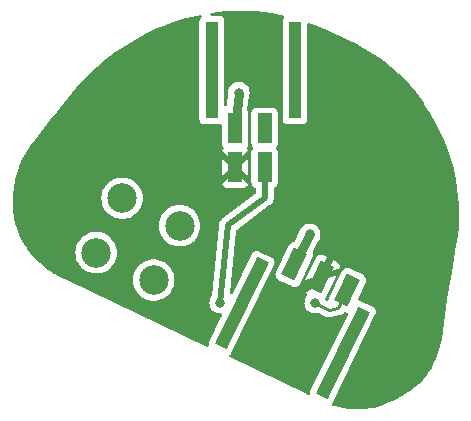
<source format=gbr>
%TF.GenerationSoftware,KiCad,Pcbnew,(7.0.0)*%
%TF.CreationDate,2023-03-21T20:59:30-07:00*%
%TF.ProjectId,Ladder LEDs v1,4c616464-6572-4204-9c45-44732076312e,rev?*%
%TF.SameCoordinates,Original*%
%TF.FileFunction,Copper,L1,Top*%
%TF.FilePolarity,Positive*%
%FSLAX46Y46*%
G04 Gerber Fmt 4.6, Leading zero omitted, Abs format (unit mm)*
G04 Created by KiCad (PCBNEW (7.0.0)) date 2023-03-21 20:59:30*
%MOMM*%
%LPD*%
G01*
G04 APERTURE LIST*
G04 Aperture macros list*
%AMRotRect*
0 Rectangle, with rotation*
0 The origin of the aperture is its center*
0 $1 length*
0 $2 width*
0 $3 Rotation angle, in degrees counterclockwise*
0 Add horizontal line*
21,1,$1,$2,0,0,$3*%
G04 Aperture macros list end*
%TA.AperFunction,ComponentPad*%
%ADD10C,2.500000*%
%TD*%
%TA.AperFunction,SMDPad,CuDef*%
%ADD11R,1.240000X2.500000*%
%TD*%
%TA.AperFunction,SMDPad,CuDef*%
%ADD12R,1.100000X8.200000*%
%TD*%
%TA.AperFunction,SMDPad,CuDef*%
%ADD13RotRect,1.240000X2.500000X334.000000*%
%TD*%
%TA.AperFunction,SMDPad,CuDef*%
%ADD14RotRect,1.100000X8.200000X334.000000*%
%TD*%
%TA.AperFunction,ViaPad*%
%ADD15C,0.800000*%
%TD*%
%TA.AperFunction,Conductor*%
%ADD16C,0.750000*%
%TD*%
%TA.AperFunction,Conductor*%
%ADD17C,0.500000*%
%TD*%
%TA.AperFunction,Conductor*%
%ADD18C,0.600000*%
%TD*%
%TA.AperFunction,Conductor*%
%ADD19C,0.250000*%
%TD*%
G04 APERTURE END LIST*
D10*
%TO.P,J3,1,Pin_1*%
%TO.N,unconnected-(J3-Pin_1-Pad1)*%
X140983821Y-103772700D03*
%TO.P,J3,2,Pin_2*%
%TO.N,unconnected-(J3-Pin_2-Pad2)*%
X136109861Y-101447940D03*
%TO.P,J3,3,Pin_3*%
%TO.N,unconnected-(J3-Pin_3-Pad3)*%
X138788215Y-108375885D03*
%TO.P,J3,4,Pin_4*%
%TO.N,unconnected-(J3-Pin_4-Pad4)*%
X133914254Y-106051125D03*
%TD*%
D11*
%TO.P,J2,1,5V*%
%TO.N,Net-(J1-5V)*%
X145679999Y-98829999D03*
%TO.P,J2,2,DATA*%
%TO.N,Net-(J2-DATA)*%
X148179999Y-98829999D03*
%TO.P,J2,3,GND*%
%TO.N,GND*%
X145679999Y-95529999D03*
%TO.P,J2,4,NC*%
%TO.N,unconnected-(J2-NC-Pad4)*%
X148179999Y-95529999D03*
D12*
%TO.P,J2,5*%
%TO.N,N/C*%
X150749999Y-90599999D03*
%TO.P,J2,6*%
X143709999Y-90599999D03*
%TD*%
D13*
%TO.P,J1,1,DATA*%
%TO.N,Net-(J1-DATA)*%
X155193970Y-109241855D03*
%TO.P,J1,2,5V*%
%TO.N,Net-(J1-5V)*%
X152946985Y-108145927D03*
%TO.P,J1,3,GND*%
%TO.N,GND*%
X150699999Y-107049999D03*
D14*
%TO.P,J1,4*%
%TO.N,N/C*%
X146228929Y-110354440D03*
%TO.P,J1,5*%
X154803424Y-114536501D03*
%TD*%
D15*
%TO.N,GND*%
X146000000Y-92500000D03*
X152000000Y-104500000D03*
%TO.N,Net-(J1-5V)*%
X150200000Y-109400000D03*
X150600000Y-98000000D03*
X152800000Y-101100000D03*
X128200000Y-102200000D03*
X143200000Y-98000000D03*
X146800000Y-104100000D03*
%TO.N,Net-(J1-DATA)*%
X152450000Y-110300000D03*
%TO.N,Net-(J2-DATA)*%
X144400000Y-110300000D03*
%TD*%
D16*
%TO.N,GND*%
X145680000Y-95530000D02*
X146000000Y-92500000D01*
X150700000Y-107050000D02*
X152000000Y-104500000D01*
D17*
%TO.N,Net-(J2-DATA)*%
X145050000Y-103750000D02*
X148200000Y-101400000D01*
X144400000Y-110300000D02*
X145050000Y-103750000D01*
X148200000Y-101400000D02*
X148180000Y-98830000D01*
D18*
%TO.N,Net-(J1-5V)*%
X151500000Y-109150000D02*
X152946986Y-108145928D01*
X152946986Y-108145928D02*
X153900000Y-106100000D01*
D19*
%TO.N,Net-(J1-DATA)*%
X152450000Y-110300000D02*
X152650000Y-110400000D01*
X154400000Y-110750000D02*
X153600000Y-110900000D01*
X153600000Y-110900000D02*
X152450000Y-110300000D01*
X155193971Y-109241856D02*
X154400000Y-110750000D01*
%TD*%
%TA.AperFunction,Conductor*%
%TO.N,Net-(J1-5V)*%
G36*
X146655670Y-85592765D02*
G01*
X146660895Y-85592927D01*
X147414678Y-85632281D01*
X147419638Y-85632641D01*
X148136714Y-85699513D01*
X148141517Y-85700057D01*
X148820596Y-85790472D01*
X148825219Y-85791176D01*
X149465104Y-85901166D01*
X149469461Y-85901996D01*
X149757036Y-85962246D01*
X149812269Y-85989431D01*
X149847621Y-86039831D01*
X149854379Y-86101021D01*
X149830874Y-86157920D01*
X149761521Y-86250564D01*
X149761516Y-86250572D01*
X149756204Y-86257669D01*
X149753104Y-86265978D01*
X149753104Y-86265980D01*
X149708620Y-86385247D01*
X149708619Y-86385250D01*
X149705909Y-86392517D01*
X149705079Y-86400227D01*
X149705079Y-86400232D01*
X149699855Y-86448819D01*
X149699854Y-86448831D01*
X149699500Y-86452127D01*
X149699500Y-86455448D01*
X149699500Y-86455449D01*
X149699500Y-94744560D01*
X149699500Y-94744578D01*
X149699501Y-94747872D01*
X149699853Y-94751150D01*
X149699854Y-94751161D01*
X149705079Y-94799768D01*
X149705080Y-94799773D01*
X149705909Y-94807483D01*
X149708619Y-94814749D01*
X149708620Y-94814753D01*
X149720401Y-94846339D01*
X149756204Y-94942331D01*
X149761518Y-94949430D01*
X149761519Y-94949431D01*
X149766743Y-94956410D01*
X149842454Y-95057546D01*
X149957669Y-95143796D01*
X150092517Y-95194091D01*
X150152127Y-95200500D01*
X151347872Y-95200499D01*
X151407483Y-95194091D01*
X151542331Y-95143796D01*
X151657546Y-95057546D01*
X151743796Y-94942331D01*
X151794091Y-94807483D01*
X151800500Y-94747873D01*
X151800499Y-86702532D01*
X151814506Y-86645284D01*
X151853361Y-86600968D01*
X151908288Y-86579597D01*
X151966873Y-86585998D01*
X152431717Y-86755038D01*
X152437693Y-86757389D01*
X153048960Y-87016419D01*
X153053721Y-87018555D01*
X153464796Y-87213564D01*
X153464936Y-87213688D01*
X153464959Y-87213641D01*
X153465064Y-87213691D01*
X153465027Y-87213768D01*
X153465030Y-87213771D01*
X153465068Y-87213691D01*
X155206695Y-88012732D01*
X155244992Y-88030302D01*
X155250405Y-88032947D01*
X155988555Y-88416097D01*
X155991666Y-88417769D01*
X156492126Y-88696246D01*
X156684202Y-88803126D01*
X156687860Y-88805244D01*
X157336564Y-89195744D01*
X157340677Y-89198331D01*
X157948817Y-89597680D01*
X157953307Y-89600772D01*
X158524193Y-90012701D01*
X158528935Y-90016299D01*
X158896793Y-90309699D01*
X159065862Y-90444546D01*
X159070739Y-90448647D01*
X159577019Y-90896969D01*
X159581842Y-90901476D01*
X160060865Y-91373750D01*
X160065494Y-91378568D01*
X160385141Y-91729820D01*
X160520495Y-91878558D01*
X160524814Y-91883565D01*
X160879893Y-92318204D01*
X160959187Y-92415264D01*
X160963065Y-92420267D01*
X161244465Y-92803101D01*
X161380028Y-92987528D01*
X161383417Y-92992378D01*
X161633606Y-93369246D01*
X161786189Y-93599088D01*
X161789084Y-93603663D01*
X162180817Y-94253641D01*
X162183234Y-94257835D01*
X162567080Y-94954896D01*
X162569064Y-94958649D01*
X162948204Y-95706669D01*
X162949808Y-95709953D01*
X163326743Y-96511368D01*
X163329071Y-96516631D01*
X163676523Y-97354210D01*
X163679343Y-97361679D01*
X163961610Y-98188912D01*
X163963811Y-98196059D01*
X164091051Y-98658483D01*
X164187251Y-99008096D01*
X164188910Y-99014865D01*
X164359331Y-99805504D01*
X164360529Y-99811864D01*
X164483746Y-100574899D01*
X164484558Y-100580838D01*
X164566394Y-101310033D01*
X164566889Y-101315552D01*
X164613181Y-102004728D01*
X164613419Y-102009841D01*
X164630001Y-102652713D01*
X164630033Y-102657438D01*
X164622756Y-103247809D01*
X164622625Y-103252172D01*
X164597385Y-103782877D01*
X164596979Y-103788608D01*
X164515802Y-104650913D01*
X164514759Y-104659077D01*
X164393419Y-105409792D01*
X164393310Y-105410454D01*
X164017676Y-107657161D01*
X164014941Y-107656703D01*
X164014941Y-107656738D01*
X164017674Y-107657165D01*
X164017674Y-107657166D01*
X163653659Y-109981740D01*
X163653658Y-109981743D01*
X163653642Y-109981846D01*
X163653628Y-109981934D01*
X163653629Y-109981934D01*
X163653627Y-109981945D01*
X163458438Y-111302856D01*
X163458412Y-111303035D01*
X163458402Y-111303102D01*
X163458384Y-111303228D01*
X163458383Y-111303227D01*
X163458383Y-111303229D01*
X163458384Y-111303230D01*
X163266247Y-112675270D01*
X163265836Y-112677981D01*
X163158017Y-113340835D01*
X163156665Y-113347862D01*
X163020569Y-113959455D01*
X163018596Y-113967150D01*
X162854366Y-114531808D01*
X162851639Y-114540088D01*
X162659249Y-115061695D01*
X162656635Y-115068209D01*
X162550832Y-115311662D01*
X162548802Y-115316091D01*
X162435736Y-115550600D01*
X162433472Y-115555065D01*
X162313624Y-115779954D01*
X162311124Y-115784420D01*
X162184576Y-115999952D01*
X162181849Y-116004380D01*
X162048563Y-116211025D01*
X162045623Y-116215379D01*
X161906429Y-116412336D01*
X161901672Y-116418631D01*
X161600882Y-116791452D01*
X161594013Y-116799271D01*
X161267357Y-117141015D01*
X161260147Y-117147972D01*
X160906822Y-117462362D01*
X160899569Y-117468339D01*
X160519525Y-117758051D01*
X160512507Y-117763025D01*
X160352667Y-117868178D01*
X160105802Y-118030580D01*
X160099229Y-118034616D01*
X159665936Y-118282510D01*
X159659972Y-118285710D01*
X159200239Y-118516398D01*
X159194976Y-118518886D01*
X158708993Y-118734819D01*
X158704469Y-118736722D01*
X158193030Y-118940132D01*
X158188357Y-118941883D01*
X157930060Y-119032757D01*
X157924697Y-119034508D01*
X157668994Y-119111592D01*
X157663664Y-119113070D01*
X157410549Y-119177212D01*
X157405283Y-119178425D01*
X157156354Y-119230079D01*
X157148687Y-119231420D01*
X156657390Y-119301566D01*
X156647568Y-119302571D01*
X156174029Y-119332053D01*
X156164858Y-119332284D01*
X155710810Y-119326915D01*
X155702359Y-119326527D01*
X155270982Y-119291917D01*
X155263278Y-119291056D01*
X154857755Y-119232837D01*
X154850779Y-119231631D01*
X154476122Y-119155806D01*
X154474370Y-119155451D01*
X154468088Y-119154009D01*
X154124045Y-119065539D01*
X154118400Y-119063944D01*
X153925129Y-119004369D01*
X153871023Y-118970498D01*
X153840935Y-118914200D01*
X153842839Y-118850394D01*
X153876229Y-118795992D01*
X153897409Y-118775862D01*
X153929300Y-118725094D01*
X157565915Y-111268928D01*
X157586287Y-111212541D01*
X157600196Y-111069292D01*
X157573181Y-110927928D01*
X157507436Y-110799900D01*
X157408284Y-110695582D01*
X157357516Y-110663690D01*
X157354549Y-110662242D01*
X157354542Y-110662239D01*
X156285762Y-110140962D01*
X156285761Y-110140961D01*
X156282787Y-110139511D01*
X156279679Y-110138388D01*
X156279667Y-110138383D01*
X156233692Y-110121773D01*
X156233688Y-110121772D01*
X156226400Y-110119139D01*
X156218685Y-110118389D01*
X156218677Y-110118388D01*
X156200173Y-110116591D01*
X156144334Y-110096977D01*
X156103945Y-110053716D01*
X156088209Y-109996663D01*
X156100709Y-109938817D01*
X156770018Y-108566531D01*
X156790391Y-108510144D01*
X156804299Y-108366895D01*
X156777285Y-108225531D01*
X156711540Y-108097503D01*
X156612388Y-107993185D01*
X156561620Y-107961293D01*
X156558653Y-107959845D01*
X156558646Y-107959842D01*
X155364035Y-107377193D01*
X155364034Y-107377192D01*
X155361060Y-107375742D01*
X155357952Y-107374619D01*
X155357940Y-107374614D01*
X155311965Y-107358004D01*
X155311961Y-107358003D01*
X155304673Y-107355370D01*
X155296963Y-107354621D01*
X155296957Y-107354620D01*
X155170250Y-107342318D01*
X155161424Y-107341461D01*
X155152711Y-107343125D01*
X155152710Y-107343126D01*
X155028770Y-107366810D01*
X155028766Y-107366811D01*
X155020060Y-107368475D01*
X155012171Y-107372525D01*
X155012171Y-107372526D01*
X154899923Y-107430167D01*
X154899918Y-107430169D01*
X154892032Y-107434220D01*
X154885608Y-107440325D01*
X154885602Y-107440330D01*
X154793335Y-107528030D01*
X154787714Y-107533373D01*
X154783590Y-107539937D01*
X154783589Y-107539939D01*
X154757585Y-107581333D01*
X154757577Y-107581346D01*
X154755822Y-107584141D01*
X154754374Y-107587109D01*
X154754365Y-107587126D01*
X153619381Y-109914193D01*
X153617924Y-109917181D01*
X153616800Y-109920291D01*
X153616794Y-109920306D01*
X153600187Y-109966271D01*
X153597551Y-109973568D01*
X153596802Y-109981280D01*
X153596801Y-109981286D01*
X153595022Y-109999615D01*
X153574947Y-110056157D01*
X153530676Y-110096655D01*
X153472573Y-110111627D01*
X153414244Y-110097567D01*
X153363075Y-110070870D01*
X153319133Y-110032449D01*
X153297638Y-109978181D01*
X153303352Y-109920091D01*
X153335009Y-109871052D01*
X153347228Y-109859438D01*
X153356970Y-109847534D01*
X153382940Y-109806192D01*
X153386162Y-109800395D01*
X154283187Y-107961219D01*
X154285256Y-107951888D01*
X154275745Y-107952804D01*
X153264757Y-108300915D01*
X153264752Y-108300917D01*
X151354006Y-108958838D01*
X151344703Y-108964189D01*
X151341665Y-108974478D01*
X151338019Y-109012036D01*
X151338827Y-109029578D01*
X151362484Y-109153377D01*
X151368200Y-109169977D01*
X151425775Y-109282098D01*
X151435938Y-109296418D01*
X151523540Y-109388582D01*
X151535445Y-109398326D01*
X151576788Y-109424296D01*
X151582585Y-109427518D01*
X151741294Y-109504926D01*
X151785312Y-109540889D01*
X151808658Y-109592715D01*
X151806426Y-109649513D01*
X151779087Y-109699347D01*
X151721813Y-109762956D01*
X151721808Y-109762962D01*
X151717467Y-109767784D01*
X151714222Y-109773404D01*
X151714218Y-109773410D01*
X151626069Y-109926089D01*
X151626066Y-109926094D01*
X151622821Y-109931716D01*
X151620815Y-109937888D01*
X151620813Y-109937894D01*
X151566333Y-110105564D01*
X151566331Y-110105573D01*
X151564326Y-110111744D01*
X151563648Y-110118194D01*
X151563646Y-110118204D01*
X151555722Y-110193605D01*
X151544540Y-110300000D01*
X151545219Y-110306460D01*
X151563646Y-110481795D01*
X151563647Y-110481803D01*
X151564326Y-110488256D01*
X151566331Y-110494428D01*
X151566333Y-110494435D01*
X151620813Y-110662105D01*
X151622821Y-110668284D01*
X151717467Y-110832216D01*
X151844129Y-110972888D01*
X151997270Y-111084151D01*
X152170197Y-111161144D01*
X152355354Y-111200500D01*
X152538143Y-111200500D01*
X152544646Y-111200500D01*
X152699332Y-111167620D01*
X152741885Y-111166051D01*
X152782462Y-111178974D01*
X153212957Y-111403581D01*
X153281487Y-111439336D01*
X153290900Y-111444785D01*
X153323184Y-111465416D01*
X153323189Y-111465418D01*
X153329764Y-111469620D01*
X153337179Y-111472055D01*
X153391332Y-111489839D01*
X153395772Y-111491391D01*
X153449217Y-111511217D01*
X153449220Y-111511217D01*
X153456537Y-111513932D01*
X153464305Y-111514741D01*
X153468408Y-111515700D01*
X153472499Y-111516494D01*
X153479913Y-111518929D01*
X153544598Y-111523203D01*
X153549249Y-111523599D01*
X153613723Y-111530322D01*
X153621455Y-111529173D01*
X153625645Y-111529082D01*
X153629808Y-111528833D01*
X153637607Y-111529349D01*
X153701370Y-111517392D01*
X153705927Y-111516627D01*
X153770046Y-111507106D01*
X153777243Y-111504072D01*
X153781792Y-111502799D01*
X153792380Y-111500328D01*
X154476779Y-111372003D01*
X154489592Y-111370287D01*
X154529308Y-111367068D01*
X154596581Y-111343857D01*
X154598929Y-111343075D01*
X154635387Y-111331356D01*
X154659213Y-111323699D01*
X154659214Y-111323698D01*
X154666645Y-111321310D01*
X154672341Y-111317720D01*
X154678704Y-111315525D01*
X154738058Y-111276334D01*
X154740134Y-111274994D01*
X154800347Y-111237049D01*
X154804971Y-111232155D01*
X154810588Y-111228447D01*
X154858272Y-111175793D01*
X154860027Y-111173894D01*
X154893183Y-111138809D01*
X154933989Y-111110209D01*
X154982763Y-111099982D01*
X155026591Y-111108773D01*
X155026882Y-111107970D01*
X155083269Y-111128342D01*
X155105423Y-111130493D01*
X155109490Y-111130888D01*
X155165330Y-111150501D01*
X155205720Y-111193762D01*
X155221457Y-111250816D01*
X155208956Y-111308666D01*
X152042394Y-117801082D01*
X152042385Y-117801101D01*
X152040935Y-117804076D01*
X152039807Y-117807196D01*
X152039804Y-117807205D01*
X152023197Y-117853170D01*
X152023195Y-117853176D01*
X152020563Y-117860463D01*
X152019814Y-117868170D01*
X152019813Y-117868178D01*
X152009155Y-117977947D01*
X151989703Y-118033539D01*
X151946797Y-118073886D01*
X151890115Y-118089886D01*
X151832445Y-118077928D01*
X151741444Y-118034616D01*
X145205350Y-114923747D01*
X145154301Y-114878784D01*
X145134655Y-114813653D01*
X145152328Y-114747959D01*
X145201998Y-114701476D01*
X145218595Y-114692954D01*
X145322914Y-114593801D01*
X145354805Y-114543033D01*
X148582654Y-107924961D01*
X149089672Y-107924961D01*
X149091336Y-107933673D01*
X149091337Y-107933674D01*
X149100630Y-107982307D01*
X149116686Y-108066325D01*
X149182431Y-108194353D01*
X149281583Y-108298671D01*
X149332351Y-108330563D01*
X150532911Y-108916114D01*
X150536027Y-108917240D01*
X150536030Y-108917241D01*
X150553025Y-108923381D01*
X150589298Y-108936486D01*
X150732547Y-108950395D01*
X150873911Y-108923381D01*
X151001939Y-108857636D01*
X151106257Y-108758483D01*
X151138149Y-108707715D01*
X151317512Y-108339966D01*
X151608714Y-108339966D01*
X151618225Y-108339050D01*
X152629214Y-107990940D01*
X154534303Y-107334965D01*
X154547053Y-107325917D01*
X154552884Y-107311417D01*
X154555952Y-107279818D01*
X154555144Y-107262277D01*
X154531487Y-107138478D01*
X154525771Y-107121878D01*
X154468196Y-107009757D01*
X154458033Y-106995437D01*
X154370431Y-106903273D01*
X154358526Y-106893529D01*
X154317183Y-106867559D01*
X154311386Y-106864337D01*
X153116882Y-106281738D01*
X153110778Y-106279155D01*
X153064859Y-106262566D01*
X153049851Y-106259182D01*
X152923290Y-106246894D01*
X152905750Y-106247702D01*
X152781950Y-106271360D01*
X152765350Y-106277076D01*
X152653225Y-106334653D01*
X152638913Y-106344811D01*
X152546745Y-106432414D01*
X152537001Y-106444321D01*
X152511031Y-106485663D01*
X152507809Y-106491460D01*
X151610783Y-108330635D01*
X151608714Y-108339966D01*
X151317512Y-108339966D01*
X152276047Y-106374675D01*
X152296420Y-106318288D01*
X152310328Y-106175039D01*
X152283314Y-106033675D01*
X152270906Y-106009512D01*
X152257212Y-105953050D01*
X152270739Y-105896551D01*
X152676368Y-105100893D01*
X152694683Y-105074251D01*
X152732533Y-105032216D01*
X152827179Y-104868284D01*
X152885674Y-104688256D01*
X152905460Y-104500000D01*
X152885674Y-104311744D01*
X152827179Y-104131716D01*
X152732533Y-103967784D01*
X152716029Y-103949455D01*
X152610220Y-103831942D01*
X152610219Y-103831941D01*
X152605871Y-103827112D01*
X152600613Y-103823292D01*
X152600611Y-103823290D01*
X152457988Y-103719669D01*
X152457987Y-103719668D01*
X152452730Y-103715849D01*
X152446792Y-103713205D01*
X152285745Y-103641501D01*
X152285740Y-103641499D01*
X152279803Y-103638856D01*
X152273444Y-103637504D01*
X152273440Y-103637503D01*
X152101008Y-103600852D01*
X152101005Y-103600851D01*
X152094646Y-103599500D01*
X151905354Y-103599500D01*
X151898995Y-103600851D01*
X151898991Y-103600852D01*
X151726559Y-103637503D01*
X151726552Y-103637505D01*
X151720197Y-103638856D01*
X151714262Y-103641498D01*
X151714254Y-103641501D01*
X151553207Y-103713205D01*
X151553202Y-103713207D01*
X151547270Y-103715849D01*
X151542016Y-103719665D01*
X151542011Y-103719669D01*
X151399388Y-103823290D01*
X151399381Y-103823295D01*
X151394129Y-103827112D01*
X151389784Y-103831937D01*
X151389779Y-103831942D01*
X151271813Y-103962956D01*
X151271808Y-103962962D01*
X151267467Y-103967784D01*
X151264222Y-103973404D01*
X151264218Y-103973410D01*
X151176070Y-104126087D01*
X151176066Y-104126093D01*
X151172821Y-104131716D01*
X151170814Y-104137892D01*
X151170813Y-104137895D01*
X151119206Y-104296721D01*
X151111747Y-104314721D01*
X150715708Y-105091569D01*
X150679694Y-105134407D01*
X150628511Y-105157046D01*
X150534799Y-105174954D01*
X150534795Y-105174955D01*
X150526089Y-105176619D01*
X150518200Y-105180669D01*
X150518200Y-105180670D01*
X150405952Y-105238311D01*
X150405947Y-105238313D01*
X150398061Y-105242364D01*
X150391637Y-105248469D01*
X150391631Y-105248474D01*
X150299364Y-105336174D01*
X150293743Y-105341517D01*
X150289619Y-105348081D01*
X150289618Y-105348083D01*
X150263614Y-105389477D01*
X150263606Y-105389490D01*
X150261851Y-105392285D01*
X150260403Y-105395253D01*
X150260394Y-105395270D01*
X149144511Y-107683175D01*
X149123953Y-107725325D01*
X149122829Y-107728435D01*
X149122823Y-107728450D01*
X149110264Y-107763212D01*
X149103580Y-107781712D01*
X149102830Y-107789426D01*
X149102830Y-107789431D01*
X149095688Y-107862993D01*
X149089672Y-107924961D01*
X148582654Y-107924961D01*
X148991420Y-107086867D01*
X149011792Y-107030480D01*
X149025701Y-106887231D01*
X148998686Y-106745867D01*
X148932941Y-106617839D01*
X148833789Y-106513521D01*
X148783021Y-106481629D01*
X148780054Y-106480181D01*
X148780047Y-106480178D01*
X147711267Y-105958901D01*
X147711266Y-105958900D01*
X147708292Y-105957450D01*
X147705184Y-105956327D01*
X147705172Y-105956322D01*
X147659197Y-105939712D01*
X147659193Y-105939711D01*
X147651905Y-105937078D01*
X147644195Y-105936329D01*
X147644189Y-105936328D01*
X147517483Y-105924026D01*
X147508657Y-105923169D01*
X147499944Y-105924833D01*
X147499943Y-105924834D01*
X147376003Y-105948518D01*
X147375999Y-105948519D01*
X147367293Y-105950183D01*
X147359404Y-105954233D01*
X147359404Y-105954234D01*
X147247156Y-106011875D01*
X147247151Y-106011877D01*
X147239265Y-106015928D01*
X147232837Y-106022037D01*
X147232835Y-106022039D01*
X147140568Y-106109736D01*
X147140562Y-106109742D01*
X147134946Y-106115081D01*
X147130824Y-106121642D01*
X147130819Y-106121649D01*
X147104824Y-106163031D01*
X147104814Y-106163047D01*
X147103055Y-106165849D01*
X147101599Y-106168832D01*
X147101594Y-106168843D01*
X145474555Y-109504766D01*
X145428937Y-109555490D01*
X145363393Y-109574408D01*
X145297762Y-109555794D01*
X145251908Y-109505283D01*
X145239711Y-109438166D01*
X145758735Y-104208005D01*
X145774175Y-104159244D01*
X145807982Y-104120862D01*
X148579038Y-102053565D01*
X148581070Y-102052216D01*
X148582885Y-102051417D01*
X148650616Y-102000167D01*
X148650951Y-101999915D01*
X148683805Y-101975407D01*
X148685225Y-101974064D01*
X148687218Y-101972472D01*
X148722791Y-101945558D01*
X148744324Y-101919485D01*
X148754742Y-101908344D01*
X148779316Y-101885115D01*
X148801132Y-101851872D01*
X148809189Y-101840950D01*
X148834514Y-101810289D01*
X148849454Y-101779952D01*
X148857020Y-101766714D01*
X148875577Y-101738439D01*
X148889138Y-101701061D01*
X148894458Y-101688576D01*
X148912030Y-101652900D01*
X148919571Y-101619936D01*
X148923882Y-101605304D01*
X148935416Y-101573518D01*
X148939993Y-101534012D01*
X148942287Y-101520656D01*
X148951160Y-101481878D01*
X148950896Y-101448063D01*
X148951717Y-101432829D01*
X148954777Y-101406420D01*
X148955609Y-101399242D01*
X148950953Y-101359751D01*
X148950104Y-101346197D01*
X148944664Y-100647281D01*
X148954421Y-100598097D01*
X148982860Y-100556796D01*
X149025325Y-100530138D01*
X149042331Y-100523796D01*
X149157546Y-100437546D01*
X149243796Y-100322331D01*
X149294091Y-100187483D01*
X149300500Y-100127873D01*
X149300499Y-97532128D01*
X149294091Y-97472517D01*
X149243796Y-97337669D01*
X149181393Y-97254310D01*
X149159495Y-97206358D01*
X149159495Y-97153642D01*
X149181394Y-97105689D01*
X149243796Y-97022331D01*
X149294091Y-96887483D01*
X149300500Y-96827873D01*
X149300499Y-94232128D01*
X149294091Y-94172517D01*
X149243796Y-94037669D01*
X149157546Y-93922454D01*
X149042331Y-93836204D01*
X148907483Y-93785909D01*
X148899770Y-93785079D01*
X148899767Y-93785079D01*
X148851180Y-93779855D01*
X148851169Y-93779854D01*
X148847873Y-93779500D01*
X148844550Y-93779500D01*
X147515439Y-93779500D01*
X147515420Y-93779500D01*
X147512128Y-93779501D01*
X147508850Y-93779853D01*
X147508838Y-93779854D01*
X147460231Y-93785079D01*
X147460225Y-93785080D01*
X147452517Y-93785909D01*
X147445252Y-93788618D01*
X147445246Y-93788620D01*
X147325980Y-93833104D01*
X147325978Y-93833104D01*
X147317669Y-93836204D01*
X147310572Y-93841516D01*
X147310568Y-93841519D01*
X147209550Y-93917141D01*
X147209546Y-93917144D01*
X147202454Y-93922454D01*
X147197144Y-93929546D01*
X147197141Y-93929550D01*
X147121519Y-94030568D01*
X147121516Y-94030572D01*
X147116204Y-94037669D01*
X147113104Y-94045978D01*
X147113104Y-94045980D01*
X147068620Y-94165247D01*
X147068619Y-94165250D01*
X147065909Y-94172517D01*
X147065079Y-94180227D01*
X147065079Y-94180232D01*
X147059855Y-94228819D01*
X147059854Y-94228831D01*
X147059500Y-94232127D01*
X147059500Y-94235448D01*
X147059500Y-94235449D01*
X147059500Y-96824560D01*
X147059500Y-96824578D01*
X147059501Y-96827872D01*
X147059853Y-96831150D01*
X147059854Y-96831161D01*
X147065079Y-96879768D01*
X147065080Y-96879773D01*
X147065909Y-96887483D01*
X147068619Y-96894749D01*
X147068620Y-96894753D01*
X147102217Y-96984831D01*
X147116204Y-97022331D01*
X147121518Y-97029429D01*
X147121521Y-97029435D01*
X147178605Y-97105690D01*
X147200504Y-97153642D01*
X147200504Y-97206358D01*
X147178605Y-97254310D01*
X147121521Y-97330564D01*
X147121516Y-97330572D01*
X147116204Y-97337669D01*
X147113104Y-97345978D01*
X147113104Y-97345980D01*
X147068620Y-97465247D01*
X147068619Y-97465250D01*
X147065909Y-97472517D01*
X147065079Y-97480227D01*
X147065079Y-97480232D01*
X147059855Y-97528819D01*
X147059854Y-97528831D01*
X147059500Y-97532127D01*
X147059500Y-97535448D01*
X147059500Y-97535449D01*
X147059500Y-100124560D01*
X147059500Y-100124578D01*
X147059501Y-100127872D01*
X147059853Y-100131150D01*
X147059854Y-100131161D01*
X147065079Y-100179768D01*
X147065080Y-100179773D01*
X147065909Y-100187483D01*
X147068619Y-100194749D01*
X147068620Y-100194753D01*
X147089526Y-100250803D01*
X147116204Y-100322331D01*
X147202454Y-100437546D01*
X147317669Y-100523796D01*
X147363024Y-100540712D01*
X147405025Y-100566927D01*
X147433423Y-100607489D01*
X147443686Y-100655928D01*
X147446075Y-100962944D01*
X147433133Y-101019073D01*
X147396226Y-101063298D01*
X144636267Y-103122315D01*
X144625986Y-103129214D01*
X144594470Y-103148150D01*
X144594463Y-103148155D01*
X144588279Y-103151871D01*
X144583116Y-103156914D01*
X144583116Y-103156915D01*
X144530710Y-103208114D01*
X144529243Y-103209523D01*
X144475923Y-103259931D01*
X144475918Y-103259936D01*
X144470684Y-103264885D01*
X144467258Y-103270104D01*
X144462787Y-103274473D01*
X144458930Y-103280565D01*
X144458926Y-103280571D01*
X144419720Y-103342506D01*
X144418617Y-103344217D01*
X144378385Y-103405521D01*
X144378380Y-103405529D01*
X144374423Y-103411560D01*
X144372290Y-103417437D01*
X144368951Y-103422713D01*
X144366606Y-103429521D01*
X144366600Y-103429535D01*
X144342735Y-103498841D01*
X144342057Y-103500760D01*
X144317043Y-103569703D01*
X144317041Y-103569707D01*
X144314584Y-103576482D01*
X144313864Y-103582688D01*
X144311831Y-103588595D01*
X144311119Y-103595762D01*
X144311118Y-103595770D01*
X144303877Y-103668736D01*
X144303659Y-103670759D01*
X144295221Y-103743588D01*
X144295221Y-103743593D01*
X144294391Y-103750758D01*
X144294942Y-103755441D01*
X144294621Y-103762002D01*
X143706505Y-109688399D01*
X143696539Y-109726254D01*
X143675269Y-109759117D01*
X143671818Y-109762949D01*
X143671808Y-109762962D01*
X143667467Y-109767784D01*
X143664223Y-109773402D01*
X143664217Y-109773411D01*
X143576069Y-109926089D01*
X143576066Y-109926094D01*
X143572821Y-109931716D01*
X143570815Y-109937888D01*
X143570813Y-109937894D01*
X143516333Y-110105564D01*
X143516331Y-110105573D01*
X143514326Y-110111744D01*
X143513648Y-110118194D01*
X143513646Y-110118204D01*
X143505722Y-110193605D01*
X143494540Y-110300000D01*
X143495219Y-110306460D01*
X143513646Y-110481795D01*
X143513647Y-110481803D01*
X143514326Y-110488256D01*
X143516331Y-110494428D01*
X143516333Y-110494435D01*
X143570813Y-110662105D01*
X143572821Y-110668284D01*
X143667467Y-110832216D01*
X143794129Y-110972888D01*
X143947270Y-111084151D01*
X144120197Y-111161144D01*
X144305354Y-111200500D01*
X144311857Y-111200500D01*
X144449050Y-111200500D01*
X144509166Y-111216047D01*
X144554208Y-111258790D01*
X144572880Y-111318010D01*
X144560500Y-111378857D01*
X144486626Y-111530322D01*
X143467899Y-113619021D01*
X143467890Y-113619040D01*
X143466440Y-113622015D01*
X143465312Y-113625135D01*
X143465309Y-113625144D01*
X143448702Y-113671109D01*
X143448700Y-113671115D01*
X143446068Y-113678402D01*
X143445319Y-113686109D01*
X143445318Y-113686117D01*
X143433016Y-113812823D01*
X143432159Y-113821651D01*
X143433823Y-113830363D01*
X143433824Y-113830364D01*
X143440477Y-113865179D01*
X143434638Y-113932384D01*
X143394482Y-113986588D01*
X143331891Y-114011748D01*
X143265391Y-114000419D01*
X131447958Y-108375885D01*
X137032807Y-108375885D01*
X137033154Y-108380516D01*
X137047093Y-108566531D01*
X137052413Y-108637515D01*
X137053443Y-108642028D01*
X137053444Y-108642034D01*
X137103579Y-108861688D01*
X137110795Y-108893301D01*
X137112490Y-108897619D01*
X137112491Y-108897623D01*
X137204949Y-109133203D01*
X137204952Y-109133209D01*
X137206647Y-109137528D01*
X137208965Y-109141543D01*
X137208968Y-109141549D01*
X137215797Y-109153377D01*
X137337829Y-109364742D01*
X137501410Y-109569866D01*
X137693736Y-109748318D01*
X137910511Y-109896113D01*
X138146892Y-110009948D01*
X138151320Y-110011313D01*
X138151323Y-110011315D01*
X138254752Y-110043218D01*
X138397600Y-110087281D01*
X138657033Y-110126385D01*
X138914762Y-110126385D01*
X138919397Y-110126385D01*
X139178830Y-110087281D01*
X139429538Y-110009948D01*
X139665919Y-109896113D01*
X139882694Y-109748318D01*
X140075020Y-109569866D01*
X140238601Y-109364742D01*
X140369783Y-109137528D01*
X140465635Y-108893301D01*
X140524017Y-108637515D01*
X140543623Y-108375885D01*
X140524017Y-108114255D01*
X140465635Y-107858469D01*
X140369783Y-107614242D01*
X140238601Y-107387028D01*
X140075020Y-107181904D01*
X139882694Y-107003452D01*
X139665919Y-106855657D01*
X139585209Y-106816789D01*
X139433717Y-106743834D01*
X139433711Y-106743831D01*
X139429538Y-106741822D01*
X139425116Y-106740458D01*
X139425106Y-106740454D01*
X139183263Y-106665856D01*
X139183258Y-106665854D01*
X139178830Y-106664489D01*
X139174250Y-106663798D01*
X139174243Y-106663797D01*
X138923980Y-106626075D01*
X138923969Y-106626074D01*
X138919397Y-106625385D01*
X138657033Y-106625385D01*
X138652461Y-106626074D01*
X138652449Y-106626075D01*
X138402186Y-106663797D01*
X138402176Y-106663799D01*
X138397600Y-106664489D01*
X138393174Y-106665853D01*
X138393166Y-106665856D01*
X138151323Y-106740454D01*
X138151308Y-106740459D01*
X138146892Y-106741822D01*
X138142723Y-106743829D01*
X138142712Y-106743834D01*
X137914696Y-106853641D01*
X137914689Y-106853644D01*
X137910511Y-106855657D01*
X137906678Y-106858270D01*
X137906675Y-106858272D01*
X137776483Y-106947036D01*
X137693736Y-107003452D01*
X137690344Y-107006598D01*
X137690338Y-107006604D01*
X137548212Y-107138478D01*
X137501410Y-107181904D01*
X137498521Y-107185526D01*
X137498517Y-107185531D01*
X137346829Y-107375742D01*
X137337829Y-107387028D01*
X137335510Y-107391044D01*
X137335509Y-107391046D01*
X137208968Y-107610220D01*
X137208962Y-107610231D01*
X137206647Y-107614242D01*
X137204954Y-107618555D01*
X137204949Y-107618566D01*
X137112491Y-107854146D01*
X137112488Y-107854153D01*
X137110795Y-107858469D01*
X137109763Y-107862987D01*
X137109762Y-107862993D01*
X137053444Y-108109735D01*
X137053442Y-108109743D01*
X137052413Y-108114255D01*
X137052066Y-108118874D01*
X137052066Y-108118880D01*
X137038593Y-108298671D01*
X137032807Y-108375885D01*
X131447958Y-108375885D01*
X130876397Y-108103849D01*
X130874091Y-108102722D01*
X130690872Y-108010820D01*
X130635344Y-107982967D01*
X130629438Y-107979803D01*
X130597036Y-107961293D01*
X130417043Y-107858469D01*
X130361750Y-107826882D01*
X130356302Y-107823581D01*
X130014284Y-107604165D01*
X130008278Y-107600058D01*
X129612558Y-107312008D01*
X129605981Y-107306872D01*
X129175743Y-106947036D01*
X129170548Y-106942438D01*
X128950413Y-106736338D01*
X128946766Y-106732781D01*
X128724931Y-106507288D01*
X128721254Y-106503382D01*
X128501061Y-106259008D01*
X128497292Y-106254625D01*
X128330455Y-106051125D01*
X132158846Y-106051125D01*
X132159193Y-106055756D01*
X132176127Y-106281738D01*
X132178452Y-106312755D01*
X132179482Y-106317268D01*
X132179483Y-106317274D01*
X132223334Y-106509396D01*
X132236834Y-106568541D01*
X132238529Y-106572859D01*
X132238530Y-106572863D01*
X132330988Y-106808443D01*
X132330991Y-106808449D01*
X132332686Y-106812768D01*
X132335004Y-106816783D01*
X132335007Y-106816789D01*
X132375677Y-106887231D01*
X132463868Y-107039982D01*
X132627449Y-107245106D01*
X132819775Y-107423558D01*
X133036550Y-107571353D01*
X133272931Y-107685188D01*
X133277359Y-107686553D01*
X133277362Y-107686555D01*
X133380791Y-107718458D01*
X133523639Y-107762521D01*
X133783072Y-107801625D01*
X134040801Y-107801625D01*
X134045436Y-107801625D01*
X134304869Y-107762521D01*
X134555577Y-107685188D01*
X134791958Y-107571353D01*
X135008733Y-107423558D01*
X135201059Y-107245106D01*
X135364640Y-107039982D01*
X135495822Y-106812768D01*
X135591674Y-106568541D01*
X135650056Y-106312755D01*
X135669662Y-106051125D01*
X135650056Y-105789495D01*
X135591674Y-105533709D01*
X135495822Y-105289482D01*
X135364640Y-105062268D01*
X135201059Y-104857144D01*
X135008733Y-104678692D01*
X134791958Y-104530897D01*
X134727800Y-104500000D01*
X134559756Y-104419074D01*
X134559750Y-104419071D01*
X134555577Y-104417062D01*
X134551155Y-104415698D01*
X134551145Y-104415694D01*
X134309302Y-104341096D01*
X134309297Y-104341094D01*
X134304869Y-104339729D01*
X134300289Y-104339038D01*
X134300282Y-104339037D01*
X134050019Y-104301315D01*
X134050008Y-104301314D01*
X134045436Y-104300625D01*
X133783072Y-104300625D01*
X133778500Y-104301314D01*
X133778488Y-104301315D01*
X133528225Y-104339037D01*
X133528215Y-104339039D01*
X133523639Y-104339729D01*
X133519213Y-104341093D01*
X133519205Y-104341096D01*
X133277362Y-104415694D01*
X133277347Y-104415699D01*
X133272931Y-104417062D01*
X133268762Y-104419069D01*
X133268751Y-104419074D01*
X133040735Y-104528881D01*
X133040728Y-104528884D01*
X133036550Y-104530897D01*
X133032717Y-104533510D01*
X133032714Y-104533512D01*
X132848545Y-104659077D01*
X132819775Y-104678692D01*
X132816383Y-104681838D01*
X132816377Y-104681844D01*
X132630850Y-104853988D01*
X132627449Y-104857144D01*
X132624560Y-104860766D01*
X132624556Y-104860771D01*
X132483984Y-105037043D01*
X132463868Y-105062268D01*
X132461549Y-105066284D01*
X132461548Y-105066286D01*
X132335007Y-105285460D01*
X132335001Y-105285471D01*
X132332686Y-105289482D01*
X132330993Y-105293795D01*
X132330988Y-105293806D01*
X132238530Y-105529386D01*
X132238527Y-105529393D01*
X132236834Y-105533709D01*
X132235802Y-105538227D01*
X132235801Y-105538233D01*
X132179483Y-105784975D01*
X132179481Y-105784983D01*
X132178452Y-105789495D01*
X132178105Y-105794114D01*
X132178105Y-105794120D01*
X132166194Y-105953074D01*
X132158846Y-106051125D01*
X128330455Y-106051125D01*
X128281188Y-105991032D01*
X128277412Y-105986185D01*
X128067934Y-105703163D01*
X128064202Y-105697835D01*
X127863725Y-105394956D01*
X127860099Y-105389133D01*
X127829114Y-105336174D01*
X127671133Y-105066157D01*
X127667698Y-105059875D01*
X127492661Y-104716416D01*
X127489475Y-104709667D01*
X127330837Y-104345425D01*
X127327955Y-104338195D01*
X127188165Y-103952818D01*
X127185679Y-103945205D01*
X127151289Y-103827112D01*
X127135443Y-103772700D01*
X139228413Y-103772700D01*
X139228760Y-103777331D01*
X139241910Y-103952818D01*
X139248019Y-104034330D01*
X139249049Y-104038843D01*
X139249050Y-104038849D01*
X139305368Y-104285591D01*
X139306401Y-104290116D01*
X139308096Y-104294434D01*
X139308097Y-104294438D01*
X139400555Y-104530018D01*
X139400558Y-104530024D01*
X139402253Y-104534343D01*
X139404571Y-104538358D01*
X139404574Y-104538364D01*
X139469555Y-104650913D01*
X139533435Y-104761557D01*
X139697016Y-104966681D01*
X139889342Y-105145133D01*
X140106117Y-105292928D01*
X140342498Y-105406763D01*
X140346926Y-105408128D01*
X140346929Y-105408130D01*
X140450358Y-105440033D01*
X140593206Y-105484096D01*
X140852639Y-105523200D01*
X141110368Y-105523200D01*
X141115003Y-105523200D01*
X141374436Y-105484096D01*
X141625144Y-105406763D01*
X141861525Y-105292928D01*
X142078300Y-105145133D01*
X142270626Y-104966681D01*
X142434207Y-104761557D01*
X142565389Y-104534343D01*
X142661241Y-104290116D01*
X142719623Y-104034330D01*
X142739229Y-103772700D01*
X142719623Y-103511070D01*
X142661241Y-103255284D01*
X142565389Y-103011057D01*
X142434207Y-102783843D01*
X142270626Y-102578719D01*
X142078300Y-102400267D01*
X141861525Y-102252472D01*
X141780815Y-102213604D01*
X141629323Y-102140649D01*
X141629317Y-102140646D01*
X141625144Y-102138637D01*
X141620722Y-102137273D01*
X141620712Y-102137269D01*
X141378869Y-102062671D01*
X141378864Y-102062669D01*
X141374436Y-102061304D01*
X141369856Y-102060613D01*
X141369849Y-102060612D01*
X141119586Y-102022890D01*
X141119575Y-102022889D01*
X141115003Y-102022200D01*
X140852639Y-102022200D01*
X140848067Y-102022889D01*
X140848055Y-102022890D01*
X140597792Y-102060612D01*
X140597782Y-102060614D01*
X140593206Y-102061304D01*
X140588780Y-102062668D01*
X140588772Y-102062671D01*
X140346929Y-102137269D01*
X140346914Y-102137274D01*
X140342498Y-102138637D01*
X140338329Y-102140644D01*
X140338318Y-102140649D01*
X140110302Y-102250456D01*
X140110295Y-102250459D01*
X140106117Y-102252472D01*
X140102284Y-102255085D01*
X140102281Y-102255087D01*
X139893170Y-102397657D01*
X139889342Y-102400267D01*
X139885950Y-102403413D01*
X139885944Y-102403419D01*
X139700417Y-102575563D01*
X139697016Y-102578719D01*
X139694127Y-102582341D01*
X139694123Y-102582346D01*
X139536327Y-102780216D01*
X139533435Y-102783843D01*
X139531116Y-102787859D01*
X139531115Y-102787861D01*
X139404574Y-103007035D01*
X139404568Y-103007046D01*
X139402253Y-103011057D01*
X139400560Y-103015370D01*
X139400555Y-103015381D01*
X139308097Y-103250961D01*
X139308094Y-103250968D01*
X139306401Y-103255284D01*
X139305369Y-103259802D01*
X139305368Y-103259808D01*
X139249050Y-103506550D01*
X139249048Y-103506558D01*
X139248019Y-103511070D01*
X139247672Y-103515689D01*
X139247672Y-103515695D01*
X139241392Y-103599500D01*
X139228413Y-103772700D01*
X127135443Y-103772700D01*
X127067175Y-103538276D01*
X127065152Y-103530367D01*
X127061910Y-103515695D01*
X126970386Y-103101436D01*
X126968872Y-103093303D01*
X126949471Y-102965552D01*
X126900337Y-102642019D01*
X126899371Y-102633820D01*
X126859557Y-102159688D01*
X126859140Y-102151449D01*
X126857575Y-102060612D01*
X126850569Y-101654047D01*
X126850695Y-101645975D01*
X126860279Y-101447940D01*
X134354453Y-101447940D01*
X134354800Y-101452571D01*
X134373421Y-101701063D01*
X134374059Y-101709570D01*
X134375089Y-101714083D01*
X134375090Y-101714089D01*
X134426651Y-101939990D01*
X134432441Y-101965356D01*
X134434136Y-101969674D01*
X134434137Y-101969678D01*
X134526595Y-102205258D01*
X134526598Y-102205264D01*
X134528293Y-102209583D01*
X134530611Y-102213598D01*
X134530614Y-102213604D01*
X134604834Y-102342156D01*
X134659475Y-102436797D01*
X134823056Y-102641921D01*
X135015382Y-102820373D01*
X135232157Y-102968168D01*
X135468538Y-103082003D01*
X135472966Y-103083368D01*
X135472969Y-103083370D01*
X135519371Y-103097683D01*
X135719246Y-103159336D01*
X135978679Y-103198440D01*
X136236408Y-103198440D01*
X136241043Y-103198440D01*
X136500476Y-103159336D01*
X136751184Y-103082003D01*
X136987565Y-102968168D01*
X137204340Y-102820373D01*
X137396666Y-102641921D01*
X137560247Y-102436797D01*
X137691429Y-102209583D01*
X137787281Y-101965356D01*
X137845663Y-101709570D01*
X137865269Y-101447940D01*
X137845663Y-101186310D01*
X137787281Y-100930524D01*
X137691429Y-100686297D01*
X137560247Y-100459083D01*
X137408216Y-100268442D01*
X144601338Y-100268442D01*
X144602453Y-100284033D01*
X144613547Y-100313777D01*
X144621962Y-100329189D01*
X144697498Y-100430092D01*
X144709907Y-100442501D01*
X144810810Y-100518037D01*
X144826222Y-100526452D01*
X144945358Y-100570888D01*
X144960332Y-100574426D01*
X145008885Y-100579646D01*
X145015482Y-100580000D01*
X146344518Y-100580000D01*
X146351114Y-100579646D01*
X146399667Y-100574426D01*
X146414641Y-100570888D01*
X146533777Y-100526452D01*
X146549189Y-100518037D01*
X146650092Y-100442501D01*
X146662501Y-100430092D01*
X146738037Y-100329189D01*
X146746452Y-100313778D01*
X146757546Y-100284031D01*
X146758661Y-100268443D01*
X146751167Y-100254720D01*
X145691542Y-99195095D01*
X145679999Y-99188431D01*
X145668457Y-99195095D01*
X144608831Y-100254720D01*
X144601338Y-100268442D01*
X137408216Y-100268442D01*
X137396666Y-100253959D01*
X137204340Y-100075507D01*
X136987565Y-99927712D01*
X136983379Y-99925696D01*
X136755363Y-99815889D01*
X136755357Y-99815886D01*
X136751184Y-99813877D01*
X136746762Y-99812513D01*
X136746752Y-99812509D01*
X136504909Y-99737911D01*
X136504904Y-99737909D01*
X136500476Y-99736544D01*
X136495896Y-99735853D01*
X136495889Y-99735852D01*
X136245626Y-99698130D01*
X136245615Y-99698129D01*
X136241043Y-99697440D01*
X135978679Y-99697440D01*
X135974107Y-99698129D01*
X135974095Y-99698130D01*
X135723832Y-99735852D01*
X135723822Y-99735854D01*
X135719246Y-99736544D01*
X135714820Y-99737908D01*
X135714812Y-99737911D01*
X135472969Y-99812509D01*
X135472954Y-99812514D01*
X135468538Y-99813877D01*
X135464369Y-99815884D01*
X135464358Y-99815889D01*
X135236342Y-99925696D01*
X135236335Y-99925699D01*
X135232157Y-99927712D01*
X135228324Y-99930325D01*
X135228321Y-99930327D01*
X135134097Y-99994568D01*
X135015382Y-100075507D01*
X135011990Y-100078653D01*
X135011984Y-100078659D01*
X134826457Y-100250803D01*
X134823056Y-100253959D01*
X134820167Y-100257581D01*
X134820163Y-100257586D01*
X134672414Y-100442858D01*
X134659475Y-100459083D01*
X134657156Y-100463099D01*
X134657155Y-100463101D01*
X134530614Y-100682275D01*
X134530608Y-100682286D01*
X134528293Y-100686297D01*
X134526600Y-100690610D01*
X134526595Y-100690621D01*
X134434137Y-100926201D01*
X134434134Y-100926208D01*
X134432441Y-100930524D01*
X134431409Y-100935042D01*
X134431408Y-100935048D01*
X134375090Y-101181790D01*
X134375088Y-101181798D01*
X134374059Y-101186310D01*
X134373712Y-101190929D01*
X134373712Y-101190935D01*
X134361062Y-101359751D01*
X134354453Y-101447940D01*
X126860279Y-101447940D01*
X126875912Y-101124887D01*
X126876546Y-101117017D01*
X126938110Y-100571844D01*
X126939212Y-100564219D01*
X126945796Y-100526894D01*
X127039702Y-99994534D01*
X127041195Y-99987338D01*
X127138053Y-99581771D01*
X144560000Y-99581771D01*
X144562230Y-99591061D01*
X144570377Y-99586069D01*
X145314904Y-98841542D01*
X145321568Y-98830000D01*
X146038431Y-98830000D01*
X146045095Y-98841542D01*
X146789622Y-99586069D01*
X146797769Y-99591061D01*
X146800000Y-99581771D01*
X146800000Y-98078229D01*
X146797769Y-98068938D01*
X146789622Y-98073930D01*
X146045095Y-98818457D01*
X146038431Y-98830000D01*
X145321568Y-98830000D01*
X145314904Y-98818457D01*
X144570377Y-98073930D01*
X144562230Y-98068938D01*
X144560000Y-98078229D01*
X144560000Y-99581771D01*
X127138053Y-99581771D01*
X127183184Y-99392800D01*
X127185017Y-99385992D01*
X127371237Y-98765756D01*
X127373042Y-98760229D01*
X127408202Y-98660664D01*
X127408997Y-98658483D01*
X127446294Y-98559009D01*
X127447190Y-98556690D01*
X127486180Y-98458722D01*
X127487074Y-98456541D01*
X127527875Y-98359906D01*
X127528902Y-98357546D01*
X127530043Y-98354996D01*
X127571595Y-98262163D01*
X127572651Y-98259868D01*
X127617367Y-98165526D01*
X127618530Y-98163143D01*
X127665338Y-98069771D01*
X127666604Y-98067315D01*
X127715712Y-97974572D01*
X127717031Y-97972147D01*
X127768497Y-97879973D01*
X127769835Y-97877635D01*
X127823893Y-97785664D01*
X127825220Y-97783463D01*
X127881916Y-97691665D01*
X127883241Y-97689570D01*
X127942850Y-97597544D01*
X127944089Y-97595674D01*
X128006540Y-97503559D01*
X128007910Y-97501583D01*
X128033641Y-97465247D01*
X128073319Y-97409214D01*
X128074692Y-97407315D01*
X128143315Y-97314344D01*
X128144557Y-97312694D01*
X128217082Y-97218234D01*
X128217082Y-97218233D01*
X128219492Y-97220083D01*
X128219650Y-97219881D01*
X128217201Y-97218076D01*
X128356230Y-97029435D01*
X128762208Y-96478586D01*
X128763229Y-96477222D01*
X129533713Y-95464445D01*
X129534195Y-95463818D01*
X130013940Y-94845994D01*
X130561998Y-94149098D01*
X130562403Y-94148587D01*
X130562736Y-94148169D01*
X131182594Y-93369246D01*
X131182920Y-93368839D01*
X131877744Y-92505311D01*
X131880171Y-92502389D01*
X132542680Y-91729803D01*
X132547361Y-91724645D01*
X133246142Y-90997345D01*
X133251005Y-90992557D01*
X133983564Y-90309685D01*
X133988524Y-90305305D01*
X134751382Y-89667175D01*
X134756436Y-89663167D01*
X135545993Y-89070200D01*
X135551128Y-89066546D01*
X136363824Y-88519121D01*
X136369023Y-88515805D01*
X137201286Y-88014308D01*
X137206593Y-88011288D01*
X138054831Y-87556111D01*
X138060222Y-87553389D01*
X138920756Y-87144952D01*
X138926283Y-87142493D01*
X139795681Y-86781101D01*
X139801328Y-86778915D01*
X140675853Y-86464999D01*
X140681680Y-86463069D01*
X141557808Y-86196966D01*
X141563784Y-86195314D01*
X142437837Y-85977402D01*
X142444069Y-85976017D01*
X142699733Y-85926151D01*
X142762139Y-85930041D01*
X142814714Y-85963889D01*
X142844087Y-86019088D01*
X142842791Y-86081603D01*
X142811154Y-86135537D01*
X142809546Y-86137144D01*
X142802454Y-86142454D01*
X142797144Y-86149546D01*
X142797142Y-86149549D01*
X142721519Y-86250568D01*
X142721516Y-86250572D01*
X142716204Y-86257669D01*
X142713104Y-86265978D01*
X142713104Y-86265980D01*
X142668620Y-86385247D01*
X142668619Y-86385250D01*
X142665909Y-86392517D01*
X142665079Y-86400227D01*
X142665079Y-86400232D01*
X142659855Y-86448819D01*
X142659854Y-86448831D01*
X142659500Y-86452127D01*
X142659500Y-86455448D01*
X142659500Y-86455449D01*
X142659500Y-94744560D01*
X142659500Y-94744578D01*
X142659501Y-94747872D01*
X142659853Y-94751150D01*
X142659854Y-94751161D01*
X142665079Y-94799768D01*
X142665080Y-94799773D01*
X142665909Y-94807483D01*
X142668619Y-94814749D01*
X142668620Y-94814753D01*
X142680401Y-94846339D01*
X142716204Y-94942331D01*
X142721518Y-94949430D01*
X142721519Y-94949431D01*
X142726743Y-94956410D01*
X142802454Y-95057546D01*
X142917669Y-95143796D01*
X143052517Y-95194091D01*
X143112127Y-95200500D01*
X144307872Y-95200499D01*
X144367483Y-95194091D01*
X144392165Y-95184884D01*
X144450952Y-95178033D01*
X144506219Y-95199209D01*
X144545375Y-95243591D01*
X144559500Y-95301066D01*
X144559500Y-96824560D01*
X144559500Y-96824578D01*
X144559501Y-96827872D01*
X144559853Y-96831150D01*
X144559854Y-96831161D01*
X144565079Y-96879768D01*
X144565080Y-96879773D01*
X144565909Y-96887483D01*
X144568619Y-96894749D01*
X144568620Y-96894753D01*
X144602217Y-96984831D01*
X144616204Y-97022331D01*
X144621518Y-97029430D01*
X144621519Y-97029431D01*
X144678917Y-97106105D01*
X144700816Y-97154057D01*
X144700816Y-97206773D01*
X144678918Y-97254726D01*
X144621962Y-97330811D01*
X144613547Y-97346222D01*
X144602453Y-97375966D01*
X144601338Y-97391556D01*
X144608830Y-97405277D01*
X145668457Y-98464904D01*
X145679999Y-98471568D01*
X145691542Y-98464904D01*
X146751167Y-97405278D01*
X146758660Y-97391556D01*
X146757545Y-97375965D01*
X146746452Y-97346220D01*
X146738039Y-97330812D01*
X146681082Y-97254727D01*
X146659183Y-97206774D01*
X146659183Y-97154057D01*
X146681083Y-97106104D01*
X146738480Y-97029432D01*
X146738481Y-97029431D01*
X146743796Y-97022331D01*
X146794091Y-96887483D01*
X146800500Y-96827873D01*
X146800499Y-94232128D01*
X146794091Y-94172517D01*
X146743796Y-94037669D01*
X146739775Y-94032298D01*
X146727710Y-93999096D01*
X146725990Y-93961771D01*
X146846992Y-92816030D01*
X146852375Y-92790737D01*
X146885674Y-92688256D01*
X146905460Y-92500000D01*
X146885674Y-92311744D01*
X146827179Y-92131716D01*
X146732533Y-91967784D01*
X146605871Y-91827112D01*
X146600613Y-91823292D01*
X146600611Y-91823290D01*
X146457988Y-91719669D01*
X146457987Y-91719668D01*
X146452730Y-91715849D01*
X146446792Y-91713205D01*
X146285745Y-91641501D01*
X146285740Y-91641499D01*
X146279803Y-91638856D01*
X146273444Y-91637504D01*
X146273440Y-91637503D01*
X146101008Y-91600852D01*
X146101005Y-91600851D01*
X146094646Y-91599500D01*
X145905354Y-91599500D01*
X145898995Y-91600851D01*
X145898991Y-91600852D01*
X145726559Y-91637503D01*
X145726552Y-91637505D01*
X145720197Y-91638856D01*
X145714262Y-91641498D01*
X145714254Y-91641501D01*
X145553207Y-91713205D01*
X145553202Y-91713207D01*
X145547270Y-91715849D01*
X145542016Y-91719665D01*
X145542011Y-91719669D01*
X145399388Y-91823290D01*
X145399381Y-91823295D01*
X145394129Y-91827112D01*
X145389784Y-91831937D01*
X145389779Y-91831942D01*
X145271813Y-91962956D01*
X145271808Y-91962962D01*
X145267467Y-91967784D01*
X145264222Y-91973404D01*
X145264218Y-91973410D01*
X145176069Y-92126089D01*
X145176066Y-92126094D01*
X145172821Y-92131716D01*
X145170815Y-92137888D01*
X145170813Y-92137894D01*
X145116333Y-92305564D01*
X145116331Y-92305573D01*
X145114326Y-92311744D01*
X145113648Y-92318194D01*
X145113646Y-92318204D01*
X145103243Y-92417192D01*
X145094540Y-92500000D01*
X145095219Y-92506460D01*
X145095219Y-92506462D01*
X145105689Y-92606086D01*
X145105682Y-92632069D01*
X145007813Y-93558768D01*
X144986044Y-93616911D01*
X144938820Y-93657214D01*
X144877978Y-93669573D01*
X144818771Y-93650892D01*
X144776041Y-93605852D01*
X144760499Y-93545745D01*
X144760499Y-86455439D01*
X144760499Y-86452128D01*
X144754091Y-86392517D01*
X144703796Y-86257669D01*
X144617546Y-86142454D01*
X144502331Y-86056204D01*
X144431965Y-86029959D01*
X144374752Y-86008620D01*
X144374750Y-86008619D01*
X144367483Y-86005909D01*
X144359770Y-86005079D01*
X144359767Y-86005079D01*
X144311180Y-85999855D01*
X144311169Y-85999854D01*
X144307873Y-85999500D01*
X144304551Y-85999500D01*
X143712959Y-85999500D01*
X143653470Y-85984298D01*
X143608567Y-85942420D01*
X143589260Y-85884133D01*
X143600283Y-85823729D01*
X143638934Y-85776020D01*
X143695732Y-85752702D01*
X144178139Y-85685040D01*
X144184908Y-85684281D01*
X145031665Y-85612942D01*
X145037845Y-85612579D01*
X145861029Y-85584972D01*
X145866352Y-85584909D01*
X146655670Y-85592765D01*
G37*
%TD.AperFunction*%
%TD*%
M02*

</source>
